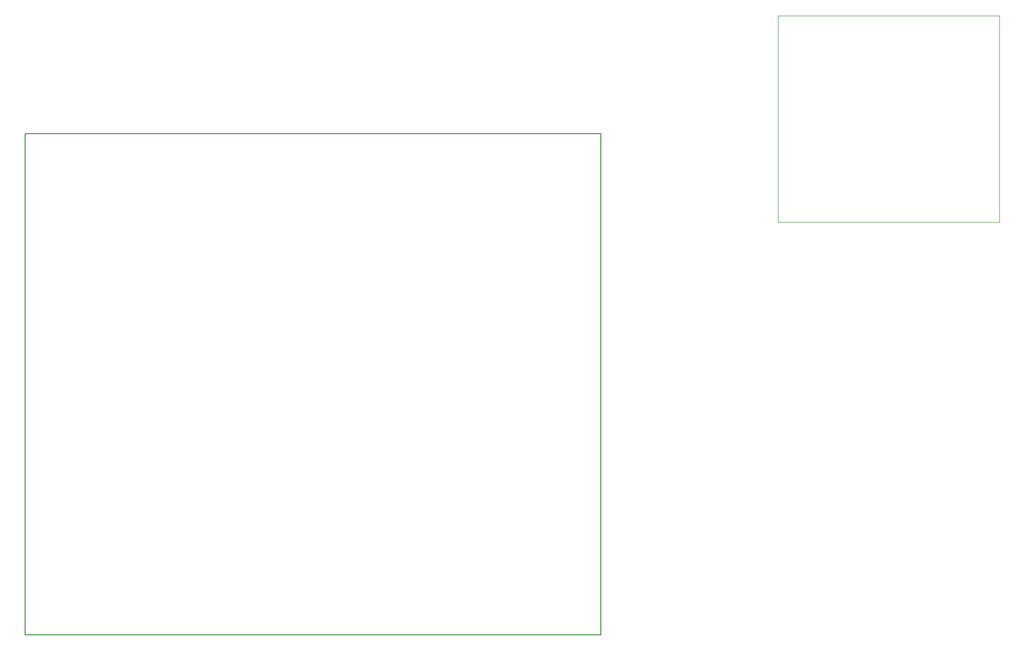
<source format=gbr>
%TF.GenerationSoftware,KiCad,Pcbnew,(6.0.11)*%
%TF.CreationDate,2023-03-07T15:10:15+01:00*%
%TF.ProjectId,ultrasonic speaker,756c7472-6173-46f6-9e69-632073706561,rev?*%
%TF.SameCoordinates,Original*%
%TF.FileFunction,Profile,NP*%
%FSLAX46Y46*%
G04 Gerber Fmt 4.6, Leading zero omitted, Abs format (unit mm)*
G04 Created by KiCad (PCBNEW (6.0.11)) date 2023-03-07 15:10:15*
%MOMM*%
%LPD*%
G01*
G04 APERTURE LIST*
%TA.AperFunction,Profile*%
%ADD10C,0.100000*%
%TD*%
%TA.AperFunction,Profile*%
%ADD11C,0.200000*%
%TD*%
G04 APERTURE END LIST*
D10*
X274320000Y-60960000D02*
X236220000Y-60960000D01*
X236220000Y-60960000D02*
X236220000Y-25400000D01*
X236220000Y-25400000D02*
X274320000Y-25400000D01*
X274320000Y-25400000D02*
X274320000Y-60960000D01*
D11*
X106680000Y-45720000D02*
X205740000Y-45720000D01*
X205740000Y-45720000D02*
X205740000Y-132080000D01*
X205740000Y-132080000D02*
X106680000Y-132080000D01*
X106680000Y-132080000D02*
X106680000Y-45720000D01*
M02*

</source>
